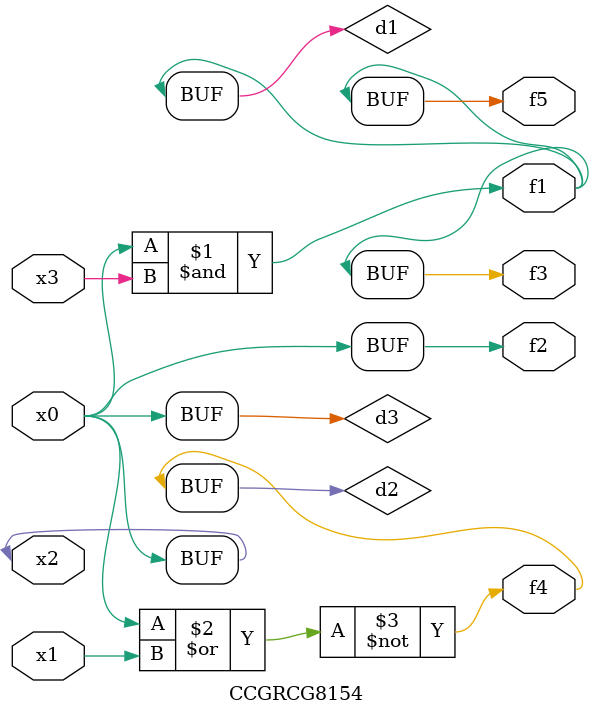
<source format=v>
module CCGRCG8154(
	input x0, x1, x2, x3,
	output f1, f2, f3, f4, f5
);

	wire d1, d2, d3;

	and (d1, x2, x3);
	nor (d2, x0, x1);
	buf (d3, x0, x2);
	assign f1 = d1;
	assign f2 = d3;
	assign f3 = d1;
	assign f4 = d2;
	assign f5 = d1;
endmodule

</source>
